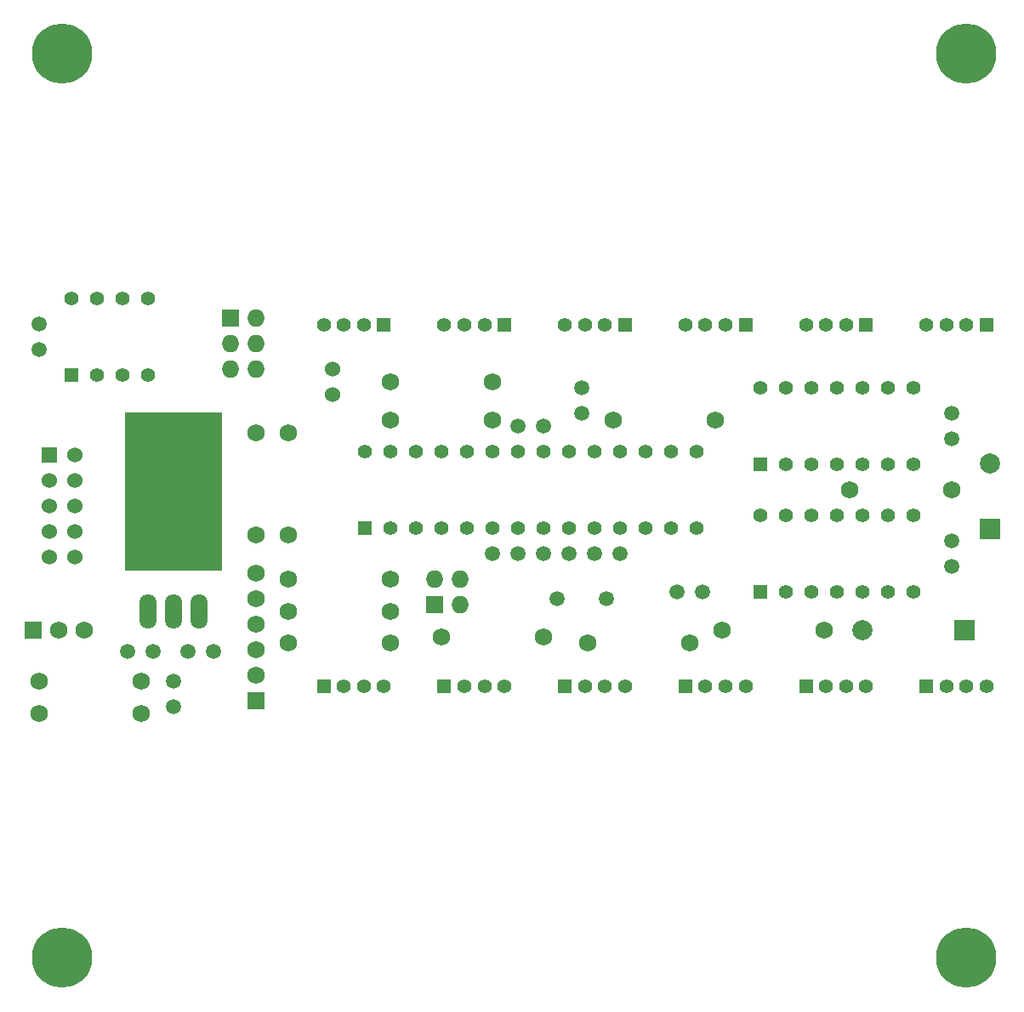
<source format=gts>
%FSLAX36Y36*%
G04 Gerber Fmt 3.6, Leading zero omitted, Abs format (unit inch)*
G04 Created by KiCad (PCBNEW (2014-jul-16 BZR unknown)-product) date Mon 09 Feb 2015 07:56:14 AM PST*
%MOIN*%
G01*
G04 APERTURE LIST*
%ADD10C,0.003937*%
%ADD11C,0.059100*%
%ADD12C,0.078700*%
%ADD13R,0.078700X0.078700*%
%ADD14C,0.236220*%
%ADD15R,0.068000X0.068000*%
%ADD16C,0.068000*%
%ADD17R,0.060000X0.060000*%
%ADD18C,0.060000*%
%ADD19O,0.068000X0.068000*%
%ADD20O,0.066900X0.137800*%
%ADD21R,0.380000X0.620000*%
%ADD22R,0.055000X0.055000*%
%ADD23C,0.055000*%
%ADD24R,0.055118X0.055118*%
%ADD25C,0.055118*%
G04 APERTURE END LIST*
D10*
D11*
X2420866Y-4508858D03*
X2520866Y-4508858D03*
X2600000Y-4625000D03*
X2600000Y-4725000D03*
X2757087Y-4508858D03*
X2657087Y-4508858D03*
X4150000Y-4125000D03*
X4050000Y-4125000D03*
X4575000Y-4275000D03*
X4675000Y-4275000D03*
X4250000Y-4125000D03*
X4350000Y-4125000D03*
X4200000Y-3575000D03*
X4200000Y-3475000D03*
X2075000Y-3325000D03*
X2075000Y-3225000D03*
X4050000Y-3625000D03*
X3950000Y-3625000D03*
X3850000Y-4125000D03*
X3950000Y-4125000D03*
X5650000Y-4175000D03*
X5650000Y-4075000D03*
X5650000Y-3675000D03*
X5650000Y-3575000D03*
D12*
X5300000Y-4425000D03*
D13*
X5700000Y-4425000D03*
D14*
X2165354Y-2165354D03*
X5708661Y-2165354D03*
X2165354Y-5708661D03*
X5708661Y-5708661D03*
D15*
X2050000Y-4425000D03*
D16*
X2150000Y-4425000D03*
X2250000Y-4425000D03*
D17*
X2115354Y-3737008D03*
D18*
X2215354Y-3737008D03*
X2115354Y-3837008D03*
X2215354Y-3837008D03*
X2115354Y-3937008D03*
X2215354Y-3937008D03*
X2115354Y-4037008D03*
X2215354Y-4037008D03*
X2115354Y-4137008D03*
X2215354Y-4137008D03*
D15*
X2925000Y-4700000D03*
D16*
X2925000Y-4600000D03*
X2925000Y-4500000D03*
X2925000Y-4400000D03*
X2925000Y-4300000D03*
X2925000Y-4200000D03*
D15*
X2825000Y-3200000D03*
D19*
X2925000Y-3200000D03*
X2825000Y-3300000D03*
X2925000Y-3300000D03*
X2825000Y-3400000D03*
X2925000Y-3400000D03*
D13*
X5800000Y-4028000D03*
D12*
X5800000Y-3772000D03*
D20*
X2600000Y-4350000D03*
X2500000Y-4350000D03*
X2700000Y-4350000D03*
D21*
X2600000Y-3880000D03*
D22*
X4900000Y-4275000D03*
D23*
X5000000Y-4275000D03*
X5100000Y-4275000D03*
X5200000Y-4275000D03*
X5300000Y-4275000D03*
X5400000Y-4275000D03*
X5500000Y-4275000D03*
X5500000Y-3975000D03*
X5400000Y-3975000D03*
X5300000Y-3975000D03*
X5200000Y-3975000D03*
X5100000Y-3975000D03*
X5000000Y-3975000D03*
X4900000Y-3975000D03*
D22*
X2200000Y-3425000D03*
D23*
X2300000Y-3425000D03*
X2400000Y-3425000D03*
X2500000Y-3425000D03*
X2500000Y-3125000D03*
X2400000Y-3125000D03*
X2300000Y-3125000D03*
X2200000Y-3125000D03*
D22*
X4900000Y-3775000D03*
D23*
X5000000Y-3775000D03*
X5100000Y-3775000D03*
X5200000Y-3775000D03*
X5300000Y-3775000D03*
X5400000Y-3775000D03*
X5500000Y-3775000D03*
X5500000Y-3475000D03*
X5400000Y-3475000D03*
X5300000Y-3475000D03*
X5200000Y-3475000D03*
X5100000Y-3475000D03*
X5000000Y-3475000D03*
X4900000Y-3475000D03*
X3450000Y-4025000D03*
X3550000Y-4025000D03*
X3650000Y-4025000D03*
X3750000Y-4025000D03*
X3850000Y-4025000D03*
X3950000Y-4025000D03*
X4050000Y-4025000D03*
X4150000Y-4025000D03*
X4250000Y-4025000D03*
X4350000Y-4025000D03*
X4450000Y-4025000D03*
X4550000Y-4025000D03*
X4650000Y-4025000D03*
D22*
X3350000Y-4025000D03*
D23*
X4650000Y-3725000D03*
X4550000Y-3725000D03*
X4450000Y-3725000D03*
X4350000Y-3725000D03*
X4250000Y-3725000D03*
X4150000Y-3725000D03*
X4050000Y-3725000D03*
X3950000Y-3725000D03*
X3850000Y-3725000D03*
X3750000Y-3725000D03*
X3650000Y-3725000D03*
X3550000Y-3725000D03*
X3450000Y-3725000D03*
X3350000Y-3725000D03*
D11*
X4103900Y-4300000D03*
X4296100Y-4300000D03*
D24*
X3188976Y-4645669D03*
D25*
X3267717Y-4645669D03*
X3346457Y-4645669D03*
X3425197Y-4645669D03*
D24*
X3661417Y-4645669D03*
D25*
X3740157Y-4645669D03*
X3818898Y-4645669D03*
X3897638Y-4645669D03*
D24*
X4133858Y-4645669D03*
D25*
X4212598Y-4645669D03*
X4291339Y-4645669D03*
X4370079Y-4645669D03*
D24*
X4606299Y-4645669D03*
D25*
X4685039Y-4645669D03*
X4763780Y-4645669D03*
X4842520Y-4645669D03*
D24*
X5078740Y-4645669D03*
D25*
X5157480Y-4645669D03*
X5236220Y-4645669D03*
X5314961Y-4645669D03*
D24*
X5551181Y-4645669D03*
D25*
X5629921Y-4645669D03*
X5708661Y-4645669D03*
X5787402Y-4645669D03*
D24*
X3897638Y-3228346D03*
D25*
X3818898Y-3228346D03*
X3740157Y-3228346D03*
X3661417Y-3228346D03*
D24*
X3425197Y-3228346D03*
D25*
X3346457Y-3228346D03*
X3267717Y-3228346D03*
X3188976Y-3228346D03*
D24*
X4370079Y-3228346D03*
D25*
X4291339Y-3228346D03*
X4212598Y-3228346D03*
X4133858Y-3228346D03*
D24*
X4842520Y-3228346D03*
D25*
X4763780Y-3228346D03*
X4685039Y-3228346D03*
X4606299Y-3228346D03*
D24*
X5314961Y-3228346D03*
D25*
X5236220Y-3228346D03*
X5157480Y-3228346D03*
X5078740Y-3228346D03*
D24*
X5787402Y-3228346D03*
D25*
X5708661Y-3228346D03*
X5629921Y-3228346D03*
X5551181Y-3228346D03*
D18*
X3225000Y-3500000D03*
X3225000Y-3400000D03*
D15*
X3625000Y-4325000D03*
D19*
X3625000Y-4225000D03*
X3725000Y-4325000D03*
X3725000Y-4225000D03*
D16*
X3650000Y-4450000D03*
X4050000Y-4450000D03*
X3450000Y-4225000D03*
X3050000Y-4225000D03*
X2475000Y-4625000D03*
X2075000Y-4625000D03*
X2075000Y-4750000D03*
X2475000Y-4750000D03*
X3450000Y-3600000D03*
X3850000Y-3600000D03*
X3450000Y-3450000D03*
X3850000Y-3450000D03*
X4325000Y-3600000D03*
X4725000Y-3600000D03*
X5650000Y-3875000D03*
X5250000Y-3875000D03*
X4625000Y-4475000D03*
X4225000Y-4475000D03*
X4750000Y-4425000D03*
X5150000Y-4425000D03*
X3050000Y-4350000D03*
X3450000Y-4350000D03*
X3050000Y-4475000D03*
X3450000Y-4475000D03*
X2925000Y-3650000D03*
X2925000Y-4050000D03*
X3050000Y-4050000D03*
X3050000Y-3650000D03*
M02*

</source>
